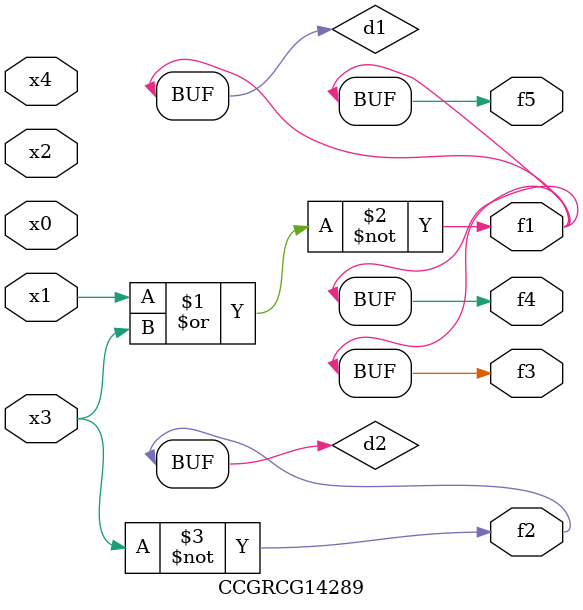
<source format=v>
module CCGRCG14289(
	input x0, x1, x2, x3, x4,
	output f1, f2, f3, f4, f5
);

	wire d1, d2;

	nor (d1, x1, x3);
	not (d2, x3);
	assign f1 = d1;
	assign f2 = d2;
	assign f3 = d1;
	assign f4 = d1;
	assign f5 = d1;
endmodule

</source>
